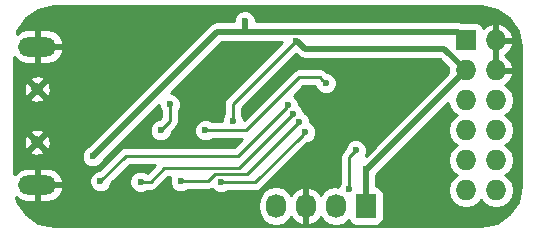
<source format=gbr>
G04 #@! TF.FileFunction,Copper,L2,Bot,Signal*
%FSLAX46Y46*%
G04 Gerber Fmt 4.6, Leading zero omitted, Abs format (unit mm)*
G04 Created by KiCad (PCBNEW (2016-09-30 revision 278ee7d)-makepkg) date Sun Nov 13 05:54:16 2016*
%MOMM*%
%LPD*%
G01*
G04 APERTURE LIST*
%ADD10C,0.100000*%
%ADD11C,0.600000*%
%ADD12O,3.225600X1.625600*%
%ADD13C,1.000000*%
%ADD14R,1.727200X2.032000*%
%ADD15O,1.727200X2.032000*%
%ADD16O,1.727200X1.727200*%
%ADD17R,1.727200X1.727200*%
%ADD18C,0.508000*%
%ADD19C,0.254000*%
G04 APERTURE END LIST*
D10*
D11*
X82225000Y-65350000D03*
X83800000Y-68300000D03*
X83350000Y-50875000D03*
X79675000Y-50875000D03*
X82200000Y-55550000D03*
X78000000Y-57850000D03*
X78250000Y-60550000D03*
X56300000Y-53250000D03*
X60950000Y-62050000D03*
X83125000Y-64125000D03*
X84075000Y-65675000D03*
X68100000Y-58400000D03*
X61700000Y-64500000D03*
X65200000Y-51050000D03*
X55700000Y-67300000D03*
X68650000Y-54600000D03*
D12*
X52350000Y-54100000D03*
X52350000Y-65800000D03*
D13*
X52350000Y-57700000D03*
X52350000Y-62200000D03*
D14*
X80180000Y-67600000D03*
D15*
X77640000Y-67600000D03*
X75100000Y-67600000D03*
X72560000Y-67600000D03*
D16*
X91190000Y-66270000D03*
X88650000Y-66270000D03*
X91190000Y-63730000D03*
X88650000Y-63730000D03*
X91190000Y-61190000D03*
X88650000Y-61190000D03*
X91190000Y-58650000D03*
X88650000Y-58650000D03*
X91190000Y-56110000D03*
X88650000Y-56110000D03*
X91190000Y-53570000D03*
D17*
X88650000Y-53570000D03*
D11*
X80199996Y-64450000D03*
X68900000Y-60400000D03*
X74300008Y-53600000D03*
X78200000Y-61750000D03*
X72550000Y-51350000D03*
X85000000Y-57922990D03*
X75950002Y-58225000D03*
X69925000Y-51975000D03*
X57050000Y-63400000D03*
X76775000Y-57200000D03*
X66600000Y-61200000D03*
X73550000Y-59050000D03*
X57700001Y-65500000D03*
X61100000Y-65550000D03*
X74000000Y-59800000D03*
X64500002Y-65500000D03*
X74536857Y-60505514D03*
X75050000Y-61350000D03*
X67900000Y-65600000D03*
X78750000Y-66150000D03*
X79350000Y-62850000D03*
X62800000Y-61200000D03*
X63600000Y-59000000D03*
D18*
X88650000Y-56110000D02*
X86815000Y-54275000D01*
X86815000Y-54275000D02*
X75025000Y-54275000D01*
X75025000Y-54275000D02*
X74350000Y-53600000D01*
X74350000Y-53600000D02*
X74300008Y-53600000D01*
X80310000Y-64450000D02*
X80199996Y-64450000D01*
X88650000Y-56110000D02*
X80310000Y-64450000D01*
X80180000Y-64469996D02*
X80199996Y-64450000D01*
X80180000Y-67600000D02*
X80180000Y-64469996D01*
D19*
X68900000Y-60400000D02*
X68900000Y-59000008D01*
X68900000Y-59000008D02*
X74300008Y-53600000D01*
X72550000Y-51350000D02*
X72200000Y-51000000D01*
X72200000Y-51000000D02*
X69250000Y-51000000D01*
D18*
X70700000Y-52842799D02*
X69925000Y-52842799D01*
X69925000Y-52842799D02*
X68875000Y-52842799D01*
X69925000Y-51975000D02*
X69925000Y-52399264D01*
X69925000Y-52399264D02*
X69925000Y-52842799D01*
X71025000Y-52842799D02*
X70792799Y-52842799D01*
X87942799Y-52842799D02*
X71025000Y-52842799D01*
X71025000Y-52842799D02*
X70700000Y-52842799D01*
X68864046Y-52831845D02*
X68875000Y-52842799D01*
X68875000Y-52842799D02*
X67607201Y-52842799D01*
X57349999Y-63100001D02*
X57050000Y-63400000D01*
X67607201Y-52842799D02*
X57349999Y-63100001D01*
X88650000Y-53550000D02*
X87942799Y-52842799D01*
D19*
X76475001Y-56900001D02*
X76775000Y-57200000D01*
X76275001Y-56700001D02*
X76475001Y-56900001D01*
X74546787Y-56700001D02*
X76275001Y-56700001D01*
X70046788Y-61200000D02*
X74546787Y-56700001D01*
X66600000Y-61200000D02*
X70046788Y-61200000D01*
X57700001Y-65500000D02*
X59869800Y-63330201D01*
X59869800Y-63330201D02*
X69369799Y-63330201D01*
X73500000Y-59200000D02*
X73500000Y-59100000D01*
X69369799Y-63330201D02*
X73500000Y-59200000D01*
X73500000Y-59100000D02*
X73550000Y-59050000D01*
X73476963Y-58868857D02*
X73550000Y-58941894D01*
X73550000Y-58941894D02*
X73550000Y-59050000D01*
X61100000Y-65550000D02*
X61956197Y-65550000D01*
X61956197Y-65550000D02*
X63106197Y-64400000D01*
X63106197Y-64400000D02*
X69400000Y-64400000D01*
X69400000Y-64400000D02*
X74000000Y-59800000D01*
X64500002Y-65500000D02*
X66800000Y-65500000D01*
X66800000Y-65500000D02*
X67400000Y-64900000D01*
X70150000Y-64900000D02*
X74536857Y-60513143D01*
X67400000Y-64900000D02*
X70150000Y-64900000D01*
X74536857Y-60513143D02*
X74536857Y-60505514D01*
X74750001Y-61649999D02*
X75050000Y-61350000D01*
X70800000Y-65600000D02*
X74750001Y-61649999D01*
X67900000Y-65600000D02*
X70800000Y-65600000D01*
X72570000Y-67000000D02*
X72570000Y-66847600D01*
X78750000Y-65725736D02*
X78750000Y-66150000D01*
X79350000Y-62850000D02*
X78750000Y-63450000D01*
X78750000Y-63450000D02*
X78750000Y-65725736D01*
X77650000Y-67000000D02*
X77650000Y-66847600D01*
X63600000Y-59000000D02*
X63600000Y-60400000D01*
X63600000Y-60400000D02*
X62800000Y-61200000D01*
G36*
X91253707Y-50973288D02*
X92316546Y-51683454D01*
X93026712Y-52746295D01*
X93290000Y-54069931D01*
X93290000Y-65930069D01*
X93026712Y-67253705D01*
X92316546Y-68316546D01*
X91253707Y-69026712D01*
X89930069Y-69290000D01*
X53769931Y-69290000D01*
X52446295Y-69026712D01*
X51383454Y-68316546D01*
X50781231Y-67415255D01*
X71061400Y-67415255D01*
X71061400Y-67784745D01*
X71175474Y-68358234D01*
X71500330Y-68844415D01*
X71986511Y-69169271D01*
X72560000Y-69283345D01*
X73133489Y-69169271D01*
X73619670Y-68844415D01*
X73826461Y-68534931D01*
X74197964Y-68950732D01*
X74725209Y-69204709D01*
X74740974Y-69207358D01*
X74973000Y-69086217D01*
X74973000Y-67727000D01*
X74953000Y-67727000D01*
X74953000Y-67473000D01*
X74973000Y-67473000D01*
X74973000Y-66113783D01*
X74740974Y-65992642D01*
X74725209Y-65995291D01*
X74197964Y-66249268D01*
X73826461Y-66665069D01*
X73619670Y-66355585D01*
X73133489Y-66030729D01*
X72560000Y-65916655D01*
X71986511Y-66030729D01*
X71500330Y-66355585D01*
X71175474Y-66841766D01*
X71061400Y-67415255D01*
X50781231Y-67415255D01*
X50673288Y-67253707D01*
X50595268Y-66861473D01*
X50878618Y-67088992D01*
X51423000Y-67247800D01*
X52223000Y-67247800D01*
X52223000Y-65927000D01*
X52477000Y-65927000D01*
X52477000Y-67247800D01*
X53277000Y-67247800D01*
X53821382Y-67088992D01*
X54263552Y-66733947D01*
X54536194Y-66236717D01*
X54554596Y-66151049D01*
X54432779Y-65927000D01*
X52477000Y-65927000D01*
X52223000Y-65927000D01*
X52203000Y-65927000D01*
X52203000Y-65673000D01*
X52223000Y-65673000D01*
X52223000Y-64352200D01*
X52477000Y-64352200D01*
X52477000Y-65673000D01*
X54432779Y-65673000D01*
X54554596Y-65448951D01*
X54536194Y-65363283D01*
X54263552Y-64866053D01*
X53821382Y-64511008D01*
X53277000Y-64352200D01*
X52477000Y-64352200D01*
X52223000Y-64352200D01*
X51423000Y-64352200D01*
X50878618Y-64511008D01*
X50436448Y-64866053D01*
X50410000Y-64914287D01*
X50410000Y-63585167D01*
X56114838Y-63585167D01*
X56256883Y-63928943D01*
X56519673Y-64192192D01*
X56863201Y-64334838D01*
X57235167Y-64335162D01*
X57578943Y-64193117D01*
X57842192Y-63930327D01*
X57888549Y-63818687D01*
X62664962Y-59042274D01*
X62664838Y-59185167D01*
X62806883Y-59528943D01*
X62838000Y-59560114D01*
X62838000Y-60084370D01*
X62657495Y-60264875D01*
X62614833Y-60264838D01*
X62271057Y-60406883D01*
X62007808Y-60669673D01*
X61865162Y-61013201D01*
X61864838Y-61385167D01*
X62006883Y-61728943D01*
X62269673Y-61992192D01*
X62613201Y-62134838D01*
X62985167Y-62135162D01*
X63328943Y-61993117D01*
X63592192Y-61730327D01*
X63734838Y-61386799D01*
X63734876Y-61342754D01*
X64138815Y-60938815D01*
X64303996Y-60691605D01*
X64362000Y-60400000D01*
X64362000Y-59560466D01*
X64392192Y-59530327D01*
X64534838Y-59186799D01*
X64535162Y-58814833D01*
X64393117Y-58471057D01*
X64130327Y-58207808D01*
X63786799Y-58065162D01*
X63642200Y-58065036D01*
X67975437Y-53731799D01*
X73090578Y-53731799D01*
X68361185Y-58461193D01*
X68196004Y-58708403D01*
X68138000Y-59000008D01*
X68138000Y-59839534D01*
X68107808Y-59869673D01*
X67965162Y-60213201D01*
X67964966Y-60438000D01*
X67160466Y-60438000D01*
X67130327Y-60407808D01*
X66786799Y-60265162D01*
X66414833Y-60264838D01*
X66071057Y-60406883D01*
X65807808Y-60669673D01*
X65665162Y-61013201D01*
X65664838Y-61385167D01*
X65806883Y-61728943D01*
X66069673Y-61992192D01*
X66413201Y-62134838D01*
X66785167Y-62135162D01*
X67128943Y-61993117D01*
X67160114Y-61962000D01*
X69660370Y-61962000D01*
X69054169Y-62568201D01*
X59869800Y-62568201D01*
X59578195Y-62626205D01*
X59330985Y-62791386D01*
X57557496Y-64564875D01*
X57514834Y-64564838D01*
X57171058Y-64706883D01*
X56907809Y-64969673D01*
X56765163Y-65313201D01*
X56764839Y-65685167D01*
X56906884Y-66028943D01*
X57169674Y-66292192D01*
X57513202Y-66434838D01*
X57885168Y-66435162D01*
X58228944Y-66293117D01*
X58492193Y-66030327D01*
X58634839Y-65686799D01*
X58634877Y-65642754D01*
X60185430Y-64092201D01*
X62336365Y-64092201D01*
X61650525Y-64778042D01*
X61630327Y-64757808D01*
X61286799Y-64615162D01*
X60914833Y-64614838D01*
X60571057Y-64756883D01*
X60307808Y-65019673D01*
X60165162Y-65363201D01*
X60164838Y-65735167D01*
X60306883Y-66078943D01*
X60569673Y-66342192D01*
X60913201Y-66484838D01*
X61285167Y-66485162D01*
X61628943Y-66343117D01*
X61660114Y-66312000D01*
X61956197Y-66312000D01*
X62247802Y-66253996D01*
X62495012Y-66088815D01*
X63421828Y-65162000D01*
X63627948Y-65162000D01*
X63565164Y-65313201D01*
X63564840Y-65685167D01*
X63706885Y-66028943D01*
X63969675Y-66292192D01*
X64313203Y-66434838D01*
X64685169Y-66435162D01*
X65028945Y-66293117D01*
X65060116Y-66262000D01*
X66800000Y-66262000D01*
X67091605Y-66203996D01*
X67145714Y-66167842D01*
X67369673Y-66392192D01*
X67713201Y-66534838D01*
X68085167Y-66535162D01*
X68428943Y-66393117D01*
X68460114Y-66362000D01*
X70800000Y-66362000D01*
X71091605Y-66303996D01*
X71338815Y-66138815D01*
X75192505Y-62285125D01*
X75235167Y-62285162D01*
X75578943Y-62143117D01*
X75842192Y-61880327D01*
X75984838Y-61536799D01*
X75985162Y-61164833D01*
X75843117Y-60821057D01*
X75580327Y-60557808D01*
X75471851Y-60512765D01*
X75472019Y-60320347D01*
X75329974Y-59976571D01*
X75067184Y-59713322D01*
X74935124Y-59658486D01*
X74935162Y-59614833D01*
X74793117Y-59271057D01*
X74530327Y-59007808D01*
X74485054Y-58989009D01*
X74485162Y-58864833D01*
X74343117Y-58521057D01*
X74080327Y-58257808D01*
X74070635Y-58253784D01*
X74862418Y-57462001D01*
X75871585Y-57462001D01*
X75981883Y-57728943D01*
X76244673Y-57992192D01*
X76588201Y-58134838D01*
X76960167Y-58135162D01*
X77303943Y-57993117D01*
X77567192Y-57730327D01*
X77709838Y-57386799D01*
X77710162Y-57014833D01*
X77568117Y-56671057D01*
X77305327Y-56407808D01*
X76961799Y-56265162D01*
X76917754Y-56265124D01*
X76813816Y-56161186D01*
X76737211Y-56110000D01*
X76566606Y-55996005D01*
X76275001Y-55938001D01*
X74546787Y-55938001D01*
X74255182Y-55996005D01*
X74156164Y-56062167D01*
X74007972Y-56161185D01*
X69835058Y-60334100D01*
X69835162Y-60214833D01*
X69693117Y-59871057D01*
X69662000Y-59839886D01*
X69662000Y-59315638D01*
X74235201Y-54742437D01*
X74396382Y-54903618D01*
X74684794Y-55096329D01*
X75025000Y-55164000D01*
X86446764Y-55164000D01*
X87166957Y-55884193D01*
X87122041Y-56110000D01*
X87166957Y-56335807D01*
X80156220Y-63346544D01*
X80284838Y-63036799D01*
X80285162Y-62664833D01*
X80143117Y-62321057D01*
X79880327Y-62057808D01*
X79536799Y-61915162D01*
X79164833Y-61914838D01*
X78821057Y-62056883D01*
X78557808Y-62319673D01*
X78415162Y-62663201D01*
X78415124Y-62707246D01*
X78211185Y-62911185D01*
X78046004Y-63158395D01*
X77988000Y-63450000D01*
X77988000Y-65589534D01*
X77957808Y-65619673D01*
X77819651Y-65952390D01*
X77640000Y-65916655D01*
X77066511Y-66030729D01*
X76580330Y-66355585D01*
X76373539Y-66665069D01*
X76002036Y-66249268D01*
X75474791Y-65995291D01*
X75459026Y-65992642D01*
X75227000Y-66113783D01*
X75227000Y-67473000D01*
X75247000Y-67473000D01*
X75247000Y-67727000D01*
X75227000Y-67727000D01*
X75227000Y-69086217D01*
X75459026Y-69207358D01*
X75474791Y-69204709D01*
X76002036Y-68950732D01*
X76373539Y-68534931D01*
X76580330Y-68844415D01*
X77066511Y-69169271D01*
X77640000Y-69283345D01*
X78213489Y-69169271D01*
X78699670Y-68844415D01*
X78711016Y-68827434D01*
X78718243Y-68863765D01*
X78858591Y-69073809D01*
X79068635Y-69214157D01*
X79316400Y-69263440D01*
X81043600Y-69263440D01*
X81291365Y-69214157D01*
X81501409Y-69073809D01*
X81641757Y-68863765D01*
X81691040Y-68616000D01*
X81691040Y-66584000D01*
X81641757Y-66336235D01*
X81501409Y-66126191D01*
X81291365Y-65985843D01*
X81069000Y-65941612D01*
X81069000Y-64948236D01*
X87162721Y-58854515D01*
X87236115Y-59223489D01*
X87560971Y-59709670D01*
X87875752Y-59920000D01*
X87560971Y-60130330D01*
X87236115Y-60616511D01*
X87122041Y-61190000D01*
X87236115Y-61763489D01*
X87560971Y-62249670D01*
X87875752Y-62460000D01*
X87560971Y-62670330D01*
X87236115Y-63156511D01*
X87122041Y-63730000D01*
X87236115Y-64303489D01*
X87560971Y-64789670D01*
X87875752Y-65000000D01*
X87560971Y-65210330D01*
X87236115Y-65696511D01*
X87122041Y-66270000D01*
X87236115Y-66843489D01*
X87560971Y-67329670D01*
X88047152Y-67654526D01*
X88620641Y-67768600D01*
X88679359Y-67768600D01*
X89252848Y-67654526D01*
X89739029Y-67329670D01*
X89920000Y-67058828D01*
X90100971Y-67329670D01*
X90587152Y-67654526D01*
X91160641Y-67768600D01*
X91219359Y-67768600D01*
X91792848Y-67654526D01*
X92279029Y-67329670D01*
X92603885Y-66843489D01*
X92717959Y-66270000D01*
X92603885Y-65696511D01*
X92279029Y-65210330D01*
X91964248Y-65000000D01*
X92279029Y-64789670D01*
X92603885Y-64303489D01*
X92717959Y-63730000D01*
X92603885Y-63156511D01*
X92279029Y-62670330D01*
X91964248Y-62460000D01*
X92279029Y-62249670D01*
X92603885Y-61763489D01*
X92717959Y-61190000D01*
X92603885Y-60616511D01*
X92279029Y-60130330D01*
X91964248Y-59920000D01*
X92279029Y-59709670D01*
X92603885Y-59223489D01*
X92717959Y-58650000D01*
X92603885Y-58076511D01*
X92279029Y-57590330D01*
X91955772Y-57374336D01*
X92078490Y-57316821D01*
X92472688Y-56884947D01*
X92644958Y-56469026D01*
X92523817Y-56237000D01*
X91317000Y-56237000D01*
X91317000Y-56257000D01*
X91063000Y-56257000D01*
X91063000Y-56237000D01*
X91043000Y-56237000D01*
X91043000Y-55983000D01*
X91063000Y-55983000D01*
X91063000Y-53697000D01*
X91317000Y-53697000D01*
X91317000Y-55983000D01*
X92523817Y-55983000D01*
X92644958Y-55750974D01*
X92472688Y-55335053D01*
X92078490Y-54903179D01*
X91943687Y-54840000D01*
X92078490Y-54776821D01*
X92472688Y-54344947D01*
X92644958Y-53929026D01*
X92523817Y-53697000D01*
X91317000Y-53697000D01*
X91063000Y-53697000D01*
X91043000Y-53697000D01*
X91043000Y-53443000D01*
X91063000Y-53443000D01*
X91063000Y-52235531D01*
X91317000Y-52235531D01*
X91317000Y-53443000D01*
X92523817Y-53443000D01*
X92644958Y-53210974D01*
X92472688Y-52795053D01*
X92078490Y-52363179D01*
X91549027Y-52115032D01*
X91317000Y-52235531D01*
X91063000Y-52235531D01*
X90830973Y-52115032D01*
X90301510Y-52363179D01*
X90130119Y-52550950D01*
X90111757Y-52458635D01*
X89971409Y-52248591D01*
X89761365Y-52108243D01*
X89513600Y-52058960D01*
X88339113Y-52058960D01*
X88283005Y-52021470D01*
X87942799Y-51953799D01*
X70860019Y-51953799D01*
X70860162Y-51789833D01*
X70718117Y-51446057D01*
X70455327Y-51182808D01*
X70111799Y-51040162D01*
X69739833Y-51039838D01*
X69396057Y-51181883D01*
X69132808Y-51444673D01*
X68990162Y-51788201D01*
X68990018Y-51953799D01*
X68919115Y-51953799D01*
X68864046Y-51942845D01*
X68808977Y-51953799D01*
X67607201Y-51953799D01*
X67266995Y-52021470D01*
X67126970Y-52115032D01*
X66978583Y-52214181D01*
X56631526Y-62561238D01*
X56521057Y-62606883D01*
X56257808Y-62869673D01*
X56115162Y-63213201D01*
X56114838Y-63585167D01*
X50410000Y-63585167D01*
X50410000Y-62990104D01*
X51739501Y-62990104D01*
X51776648Y-63205217D01*
X52204972Y-63348112D01*
X52655375Y-63316217D01*
X52923352Y-63205217D01*
X52960499Y-62990104D01*
X52350000Y-62379605D01*
X51739501Y-62990104D01*
X50410000Y-62990104D01*
X50410000Y-62054972D01*
X51201888Y-62054972D01*
X51233783Y-62505375D01*
X51344783Y-62773352D01*
X51559896Y-62810499D01*
X52170395Y-62200000D01*
X52529605Y-62200000D01*
X53140104Y-62810499D01*
X53355217Y-62773352D01*
X53498112Y-62345028D01*
X53466217Y-61894625D01*
X53355217Y-61626648D01*
X53140104Y-61589501D01*
X52529605Y-62200000D01*
X52170395Y-62200000D01*
X51559896Y-61589501D01*
X51344783Y-61626648D01*
X51201888Y-62054972D01*
X50410000Y-62054972D01*
X50410000Y-61409896D01*
X51739501Y-61409896D01*
X52350000Y-62020395D01*
X52960499Y-61409896D01*
X52923352Y-61194783D01*
X52495028Y-61051888D01*
X52044625Y-61083783D01*
X51776648Y-61194783D01*
X51739501Y-61409896D01*
X50410000Y-61409896D01*
X50410000Y-58490104D01*
X51739501Y-58490104D01*
X51776648Y-58705217D01*
X52204972Y-58848112D01*
X52655375Y-58816217D01*
X52923352Y-58705217D01*
X52960499Y-58490104D01*
X52350000Y-57879605D01*
X51739501Y-58490104D01*
X50410000Y-58490104D01*
X50410000Y-57554972D01*
X51201888Y-57554972D01*
X51233783Y-58005375D01*
X51344783Y-58273352D01*
X51559896Y-58310499D01*
X52170395Y-57700000D01*
X52529605Y-57700000D01*
X53140104Y-58310499D01*
X53355217Y-58273352D01*
X53498112Y-57845028D01*
X53466217Y-57394625D01*
X53355217Y-57126648D01*
X53140104Y-57089501D01*
X52529605Y-57700000D01*
X52170395Y-57700000D01*
X51559896Y-57089501D01*
X51344783Y-57126648D01*
X51201888Y-57554972D01*
X50410000Y-57554972D01*
X50410000Y-56909896D01*
X51739501Y-56909896D01*
X52350000Y-57520395D01*
X52960499Y-56909896D01*
X52923352Y-56694783D01*
X52495028Y-56551888D01*
X52044625Y-56583783D01*
X51776648Y-56694783D01*
X51739501Y-56909896D01*
X50410000Y-56909896D01*
X50410000Y-54985713D01*
X50436448Y-55033947D01*
X50878618Y-55388992D01*
X51423000Y-55547800D01*
X52223000Y-55547800D01*
X52223000Y-54227000D01*
X52477000Y-54227000D01*
X52477000Y-55547800D01*
X53277000Y-55547800D01*
X53821382Y-55388992D01*
X54263552Y-55033947D01*
X54536194Y-54536717D01*
X54554596Y-54451049D01*
X54432779Y-54227000D01*
X52477000Y-54227000D01*
X52223000Y-54227000D01*
X52203000Y-54227000D01*
X52203000Y-53973000D01*
X52223000Y-53973000D01*
X52223000Y-52652200D01*
X52477000Y-52652200D01*
X52477000Y-53973000D01*
X54432779Y-53973000D01*
X54554596Y-53748951D01*
X54536194Y-53663283D01*
X54263552Y-53166053D01*
X53821382Y-52811008D01*
X53277000Y-52652200D01*
X52477000Y-52652200D01*
X52223000Y-52652200D01*
X51423000Y-52652200D01*
X50878618Y-52811008D01*
X50618940Y-53019519D01*
X50673288Y-52746293D01*
X51383454Y-51683454D01*
X52446295Y-50973288D01*
X53769931Y-50710000D01*
X89930069Y-50710000D01*
X91253707Y-50973288D01*
X91253707Y-50973288D01*
G37*
X91253707Y-50973288D02*
X92316546Y-51683454D01*
X93026712Y-52746295D01*
X93290000Y-54069931D01*
X93290000Y-65930069D01*
X93026712Y-67253705D01*
X92316546Y-68316546D01*
X91253707Y-69026712D01*
X89930069Y-69290000D01*
X53769931Y-69290000D01*
X52446295Y-69026712D01*
X51383454Y-68316546D01*
X50781231Y-67415255D01*
X71061400Y-67415255D01*
X71061400Y-67784745D01*
X71175474Y-68358234D01*
X71500330Y-68844415D01*
X71986511Y-69169271D01*
X72560000Y-69283345D01*
X73133489Y-69169271D01*
X73619670Y-68844415D01*
X73826461Y-68534931D01*
X74197964Y-68950732D01*
X74725209Y-69204709D01*
X74740974Y-69207358D01*
X74973000Y-69086217D01*
X74973000Y-67727000D01*
X74953000Y-67727000D01*
X74953000Y-67473000D01*
X74973000Y-67473000D01*
X74973000Y-66113783D01*
X74740974Y-65992642D01*
X74725209Y-65995291D01*
X74197964Y-66249268D01*
X73826461Y-66665069D01*
X73619670Y-66355585D01*
X73133489Y-66030729D01*
X72560000Y-65916655D01*
X71986511Y-66030729D01*
X71500330Y-66355585D01*
X71175474Y-66841766D01*
X71061400Y-67415255D01*
X50781231Y-67415255D01*
X50673288Y-67253707D01*
X50595268Y-66861473D01*
X50878618Y-67088992D01*
X51423000Y-67247800D01*
X52223000Y-67247800D01*
X52223000Y-65927000D01*
X52477000Y-65927000D01*
X52477000Y-67247800D01*
X53277000Y-67247800D01*
X53821382Y-67088992D01*
X54263552Y-66733947D01*
X54536194Y-66236717D01*
X54554596Y-66151049D01*
X54432779Y-65927000D01*
X52477000Y-65927000D01*
X52223000Y-65927000D01*
X52203000Y-65927000D01*
X52203000Y-65673000D01*
X52223000Y-65673000D01*
X52223000Y-64352200D01*
X52477000Y-64352200D01*
X52477000Y-65673000D01*
X54432779Y-65673000D01*
X54554596Y-65448951D01*
X54536194Y-65363283D01*
X54263552Y-64866053D01*
X53821382Y-64511008D01*
X53277000Y-64352200D01*
X52477000Y-64352200D01*
X52223000Y-64352200D01*
X51423000Y-64352200D01*
X50878618Y-64511008D01*
X50436448Y-64866053D01*
X50410000Y-64914287D01*
X50410000Y-63585167D01*
X56114838Y-63585167D01*
X56256883Y-63928943D01*
X56519673Y-64192192D01*
X56863201Y-64334838D01*
X57235167Y-64335162D01*
X57578943Y-64193117D01*
X57842192Y-63930327D01*
X57888549Y-63818687D01*
X62664962Y-59042274D01*
X62664838Y-59185167D01*
X62806883Y-59528943D01*
X62838000Y-59560114D01*
X62838000Y-60084370D01*
X62657495Y-60264875D01*
X62614833Y-60264838D01*
X62271057Y-60406883D01*
X62007808Y-60669673D01*
X61865162Y-61013201D01*
X61864838Y-61385167D01*
X62006883Y-61728943D01*
X62269673Y-61992192D01*
X62613201Y-62134838D01*
X62985167Y-62135162D01*
X63328943Y-61993117D01*
X63592192Y-61730327D01*
X63734838Y-61386799D01*
X63734876Y-61342754D01*
X64138815Y-60938815D01*
X64303996Y-60691605D01*
X64362000Y-60400000D01*
X64362000Y-59560466D01*
X64392192Y-59530327D01*
X64534838Y-59186799D01*
X64535162Y-58814833D01*
X64393117Y-58471057D01*
X64130327Y-58207808D01*
X63786799Y-58065162D01*
X63642200Y-58065036D01*
X67975437Y-53731799D01*
X73090578Y-53731799D01*
X68361185Y-58461193D01*
X68196004Y-58708403D01*
X68138000Y-59000008D01*
X68138000Y-59839534D01*
X68107808Y-59869673D01*
X67965162Y-60213201D01*
X67964966Y-60438000D01*
X67160466Y-60438000D01*
X67130327Y-60407808D01*
X66786799Y-60265162D01*
X66414833Y-60264838D01*
X66071057Y-60406883D01*
X65807808Y-60669673D01*
X65665162Y-61013201D01*
X65664838Y-61385167D01*
X65806883Y-61728943D01*
X66069673Y-61992192D01*
X66413201Y-62134838D01*
X66785167Y-62135162D01*
X67128943Y-61993117D01*
X67160114Y-61962000D01*
X69660370Y-61962000D01*
X69054169Y-62568201D01*
X59869800Y-62568201D01*
X59578195Y-62626205D01*
X59330985Y-62791386D01*
X57557496Y-64564875D01*
X57514834Y-64564838D01*
X57171058Y-64706883D01*
X56907809Y-64969673D01*
X56765163Y-65313201D01*
X56764839Y-65685167D01*
X56906884Y-66028943D01*
X57169674Y-66292192D01*
X57513202Y-66434838D01*
X57885168Y-66435162D01*
X58228944Y-66293117D01*
X58492193Y-66030327D01*
X58634839Y-65686799D01*
X58634877Y-65642754D01*
X60185430Y-64092201D01*
X62336365Y-64092201D01*
X61650525Y-64778042D01*
X61630327Y-64757808D01*
X61286799Y-64615162D01*
X60914833Y-64614838D01*
X60571057Y-64756883D01*
X60307808Y-65019673D01*
X60165162Y-65363201D01*
X60164838Y-65735167D01*
X60306883Y-66078943D01*
X60569673Y-66342192D01*
X60913201Y-66484838D01*
X61285167Y-66485162D01*
X61628943Y-66343117D01*
X61660114Y-66312000D01*
X61956197Y-66312000D01*
X62247802Y-66253996D01*
X62495012Y-66088815D01*
X63421828Y-65162000D01*
X63627948Y-65162000D01*
X63565164Y-65313201D01*
X63564840Y-65685167D01*
X63706885Y-66028943D01*
X63969675Y-66292192D01*
X64313203Y-66434838D01*
X64685169Y-66435162D01*
X65028945Y-66293117D01*
X65060116Y-66262000D01*
X66800000Y-66262000D01*
X67091605Y-66203996D01*
X67145714Y-66167842D01*
X67369673Y-66392192D01*
X67713201Y-66534838D01*
X68085167Y-66535162D01*
X68428943Y-66393117D01*
X68460114Y-66362000D01*
X70800000Y-66362000D01*
X71091605Y-66303996D01*
X71338815Y-66138815D01*
X75192505Y-62285125D01*
X75235167Y-62285162D01*
X75578943Y-62143117D01*
X75842192Y-61880327D01*
X75984838Y-61536799D01*
X75985162Y-61164833D01*
X75843117Y-60821057D01*
X75580327Y-60557808D01*
X75471851Y-60512765D01*
X75472019Y-60320347D01*
X75329974Y-59976571D01*
X75067184Y-59713322D01*
X74935124Y-59658486D01*
X74935162Y-59614833D01*
X74793117Y-59271057D01*
X74530327Y-59007808D01*
X74485054Y-58989009D01*
X74485162Y-58864833D01*
X74343117Y-58521057D01*
X74080327Y-58257808D01*
X74070635Y-58253784D01*
X74862418Y-57462001D01*
X75871585Y-57462001D01*
X75981883Y-57728943D01*
X76244673Y-57992192D01*
X76588201Y-58134838D01*
X76960167Y-58135162D01*
X77303943Y-57993117D01*
X77567192Y-57730327D01*
X77709838Y-57386799D01*
X77710162Y-57014833D01*
X77568117Y-56671057D01*
X77305327Y-56407808D01*
X76961799Y-56265162D01*
X76917754Y-56265124D01*
X76813816Y-56161186D01*
X76737211Y-56110000D01*
X76566606Y-55996005D01*
X76275001Y-55938001D01*
X74546787Y-55938001D01*
X74255182Y-55996005D01*
X74156164Y-56062167D01*
X74007972Y-56161185D01*
X69835058Y-60334100D01*
X69835162Y-60214833D01*
X69693117Y-59871057D01*
X69662000Y-59839886D01*
X69662000Y-59315638D01*
X74235201Y-54742437D01*
X74396382Y-54903618D01*
X74684794Y-55096329D01*
X75025000Y-55164000D01*
X86446764Y-55164000D01*
X87166957Y-55884193D01*
X87122041Y-56110000D01*
X87166957Y-56335807D01*
X80156220Y-63346544D01*
X80284838Y-63036799D01*
X80285162Y-62664833D01*
X80143117Y-62321057D01*
X79880327Y-62057808D01*
X79536799Y-61915162D01*
X79164833Y-61914838D01*
X78821057Y-62056883D01*
X78557808Y-62319673D01*
X78415162Y-62663201D01*
X78415124Y-62707246D01*
X78211185Y-62911185D01*
X78046004Y-63158395D01*
X77988000Y-63450000D01*
X77988000Y-65589534D01*
X77957808Y-65619673D01*
X77819651Y-65952390D01*
X77640000Y-65916655D01*
X77066511Y-66030729D01*
X76580330Y-66355585D01*
X76373539Y-66665069D01*
X76002036Y-66249268D01*
X75474791Y-65995291D01*
X75459026Y-65992642D01*
X75227000Y-66113783D01*
X75227000Y-67473000D01*
X75247000Y-67473000D01*
X75247000Y-67727000D01*
X75227000Y-67727000D01*
X75227000Y-69086217D01*
X75459026Y-69207358D01*
X75474791Y-69204709D01*
X76002036Y-68950732D01*
X76373539Y-68534931D01*
X76580330Y-68844415D01*
X77066511Y-69169271D01*
X77640000Y-69283345D01*
X78213489Y-69169271D01*
X78699670Y-68844415D01*
X78711016Y-68827434D01*
X78718243Y-68863765D01*
X78858591Y-69073809D01*
X79068635Y-69214157D01*
X79316400Y-69263440D01*
X81043600Y-69263440D01*
X81291365Y-69214157D01*
X81501409Y-69073809D01*
X81641757Y-68863765D01*
X81691040Y-68616000D01*
X81691040Y-66584000D01*
X81641757Y-66336235D01*
X81501409Y-66126191D01*
X81291365Y-65985843D01*
X81069000Y-65941612D01*
X81069000Y-64948236D01*
X87162721Y-58854515D01*
X87236115Y-59223489D01*
X87560971Y-59709670D01*
X87875752Y-59920000D01*
X87560971Y-60130330D01*
X87236115Y-60616511D01*
X87122041Y-61190000D01*
X87236115Y-61763489D01*
X87560971Y-62249670D01*
X87875752Y-62460000D01*
X87560971Y-62670330D01*
X87236115Y-63156511D01*
X87122041Y-63730000D01*
X87236115Y-64303489D01*
X87560971Y-64789670D01*
X87875752Y-65000000D01*
X87560971Y-65210330D01*
X87236115Y-65696511D01*
X87122041Y-66270000D01*
X87236115Y-66843489D01*
X87560971Y-67329670D01*
X88047152Y-67654526D01*
X88620641Y-67768600D01*
X88679359Y-67768600D01*
X89252848Y-67654526D01*
X89739029Y-67329670D01*
X89920000Y-67058828D01*
X90100971Y-67329670D01*
X90587152Y-67654526D01*
X91160641Y-67768600D01*
X91219359Y-67768600D01*
X91792848Y-67654526D01*
X92279029Y-67329670D01*
X92603885Y-66843489D01*
X92717959Y-66270000D01*
X92603885Y-65696511D01*
X92279029Y-65210330D01*
X91964248Y-65000000D01*
X92279029Y-64789670D01*
X92603885Y-64303489D01*
X92717959Y-63730000D01*
X92603885Y-63156511D01*
X92279029Y-62670330D01*
X91964248Y-62460000D01*
X92279029Y-62249670D01*
X92603885Y-61763489D01*
X92717959Y-61190000D01*
X92603885Y-60616511D01*
X92279029Y-60130330D01*
X91964248Y-59920000D01*
X92279029Y-59709670D01*
X92603885Y-59223489D01*
X92717959Y-58650000D01*
X92603885Y-58076511D01*
X92279029Y-57590330D01*
X91955772Y-57374336D01*
X92078490Y-57316821D01*
X92472688Y-56884947D01*
X92644958Y-56469026D01*
X92523817Y-56237000D01*
X91317000Y-56237000D01*
X91317000Y-56257000D01*
X91063000Y-56257000D01*
X91063000Y-56237000D01*
X91043000Y-56237000D01*
X91043000Y-55983000D01*
X91063000Y-55983000D01*
X91063000Y-53697000D01*
X91317000Y-53697000D01*
X91317000Y-55983000D01*
X92523817Y-55983000D01*
X92644958Y-55750974D01*
X92472688Y-55335053D01*
X92078490Y-54903179D01*
X91943687Y-54840000D01*
X92078490Y-54776821D01*
X92472688Y-54344947D01*
X92644958Y-53929026D01*
X92523817Y-53697000D01*
X91317000Y-53697000D01*
X91063000Y-53697000D01*
X91043000Y-53697000D01*
X91043000Y-53443000D01*
X91063000Y-53443000D01*
X91063000Y-52235531D01*
X91317000Y-52235531D01*
X91317000Y-53443000D01*
X92523817Y-53443000D01*
X92644958Y-53210974D01*
X92472688Y-52795053D01*
X92078490Y-52363179D01*
X91549027Y-52115032D01*
X91317000Y-52235531D01*
X91063000Y-52235531D01*
X90830973Y-52115032D01*
X90301510Y-52363179D01*
X90130119Y-52550950D01*
X90111757Y-52458635D01*
X89971409Y-52248591D01*
X89761365Y-52108243D01*
X89513600Y-52058960D01*
X88339113Y-52058960D01*
X88283005Y-52021470D01*
X87942799Y-51953799D01*
X70860019Y-51953799D01*
X70860162Y-51789833D01*
X70718117Y-51446057D01*
X70455327Y-51182808D01*
X70111799Y-51040162D01*
X69739833Y-51039838D01*
X69396057Y-51181883D01*
X69132808Y-51444673D01*
X68990162Y-51788201D01*
X68990018Y-51953799D01*
X68919115Y-51953799D01*
X68864046Y-51942845D01*
X68808977Y-51953799D01*
X67607201Y-51953799D01*
X67266995Y-52021470D01*
X67126970Y-52115032D01*
X66978583Y-52214181D01*
X56631526Y-62561238D01*
X56521057Y-62606883D01*
X56257808Y-62869673D01*
X56115162Y-63213201D01*
X56114838Y-63585167D01*
X50410000Y-63585167D01*
X50410000Y-62990104D01*
X51739501Y-62990104D01*
X51776648Y-63205217D01*
X52204972Y-63348112D01*
X52655375Y-63316217D01*
X52923352Y-63205217D01*
X52960499Y-62990104D01*
X52350000Y-62379605D01*
X51739501Y-62990104D01*
X50410000Y-62990104D01*
X50410000Y-62054972D01*
X51201888Y-62054972D01*
X51233783Y-62505375D01*
X51344783Y-62773352D01*
X51559896Y-62810499D01*
X52170395Y-62200000D01*
X52529605Y-62200000D01*
X53140104Y-62810499D01*
X53355217Y-62773352D01*
X53498112Y-62345028D01*
X53466217Y-61894625D01*
X53355217Y-61626648D01*
X53140104Y-61589501D01*
X52529605Y-62200000D01*
X52170395Y-62200000D01*
X51559896Y-61589501D01*
X51344783Y-61626648D01*
X51201888Y-62054972D01*
X50410000Y-62054972D01*
X50410000Y-61409896D01*
X51739501Y-61409896D01*
X52350000Y-62020395D01*
X52960499Y-61409896D01*
X52923352Y-61194783D01*
X52495028Y-61051888D01*
X52044625Y-61083783D01*
X51776648Y-61194783D01*
X51739501Y-61409896D01*
X50410000Y-61409896D01*
X50410000Y-58490104D01*
X51739501Y-58490104D01*
X51776648Y-58705217D01*
X52204972Y-58848112D01*
X52655375Y-58816217D01*
X52923352Y-58705217D01*
X52960499Y-58490104D01*
X52350000Y-57879605D01*
X51739501Y-58490104D01*
X50410000Y-58490104D01*
X50410000Y-57554972D01*
X51201888Y-57554972D01*
X51233783Y-58005375D01*
X51344783Y-58273352D01*
X51559896Y-58310499D01*
X52170395Y-57700000D01*
X52529605Y-57700000D01*
X53140104Y-58310499D01*
X53355217Y-58273352D01*
X53498112Y-57845028D01*
X53466217Y-57394625D01*
X53355217Y-57126648D01*
X53140104Y-57089501D01*
X52529605Y-57700000D01*
X52170395Y-57700000D01*
X51559896Y-57089501D01*
X51344783Y-57126648D01*
X51201888Y-57554972D01*
X50410000Y-57554972D01*
X50410000Y-56909896D01*
X51739501Y-56909896D01*
X52350000Y-57520395D01*
X52960499Y-56909896D01*
X52923352Y-56694783D01*
X52495028Y-56551888D01*
X52044625Y-56583783D01*
X51776648Y-56694783D01*
X51739501Y-56909896D01*
X50410000Y-56909896D01*
X50410000Y-54985713D01*
X50436448Y-55033947D01*
X50878618Y-55388992D01*
X51423000Y-55547800D01*
X52223000Y-55547800D01*
X52223000Y-54227000D01*
X52477000Y-54227000D01*
X52477000Y-55547800D01*
X53277000Y-55547800D01*
X53821382Y-55388992D01*
X54263552Y-55033947D01*
X54536194Y-54536717D01*
X54554596Y-54451049D01*
X54432779Y-54227000D01*
X52477000Y-54227000D01*
X52223000Y-54227000D01*
X52203000Y-54227000D01*
X52203000Y-53973000D01*
X52223000Y-53973000D01*
X52223000Y-52652200D01*
X52477000Y-52652200D01*
X52477000Y-53973000D01*
X54432779Y-53973000D01*
X54554596Y-53748951D01*
X54536194Y-53663283D01*
X54263552Y-53166053D01*
X53821382Y-52811008D01*
X53277000Y-52652200D01*
X52477000Y-52652200D01*
X52223000Y-52652200D01*
X51423000Y-52652200D01*
X50878618Y-52811008D01*
X50618940Y-53019519D01*
X50673288Y-52746293D01*
X51383454Y-51683454D01*
X52446295Y-50973288D01*
X53769931Y-50710000D01*
X89930069Y-50710000D01*
X91253707Y-50973288D01*
M02*

</source>
